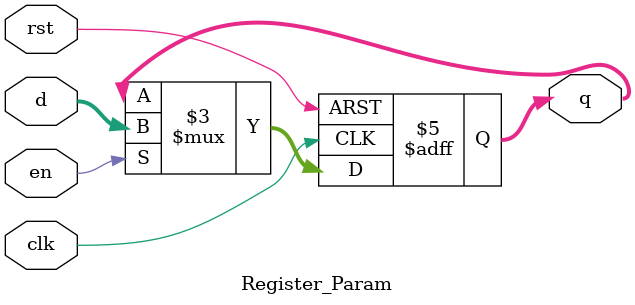
<source format=v>

module Register_Param #(
	parameter LENGTH = 8,
	parameter RST_VAL = {LENGTH{1'b0}}
	) (
	
	// Inputs
	input  		[LENGTH-1:0] d, 			// Data input to FF
	input  		rst,						// Reset signal
	input			clk,						// Clock signal
	input			en,						// Enable signal
	
	// Outputs
	output reg [LENGTH-1:0] q				// Data output from FF

);

always @ (posedge rst, posedge clk) begin

	     if(rst)	q <= RST_VAL;
	else if(en)		q <= d;
	else				q <= q;

end

endmodule
</source>
